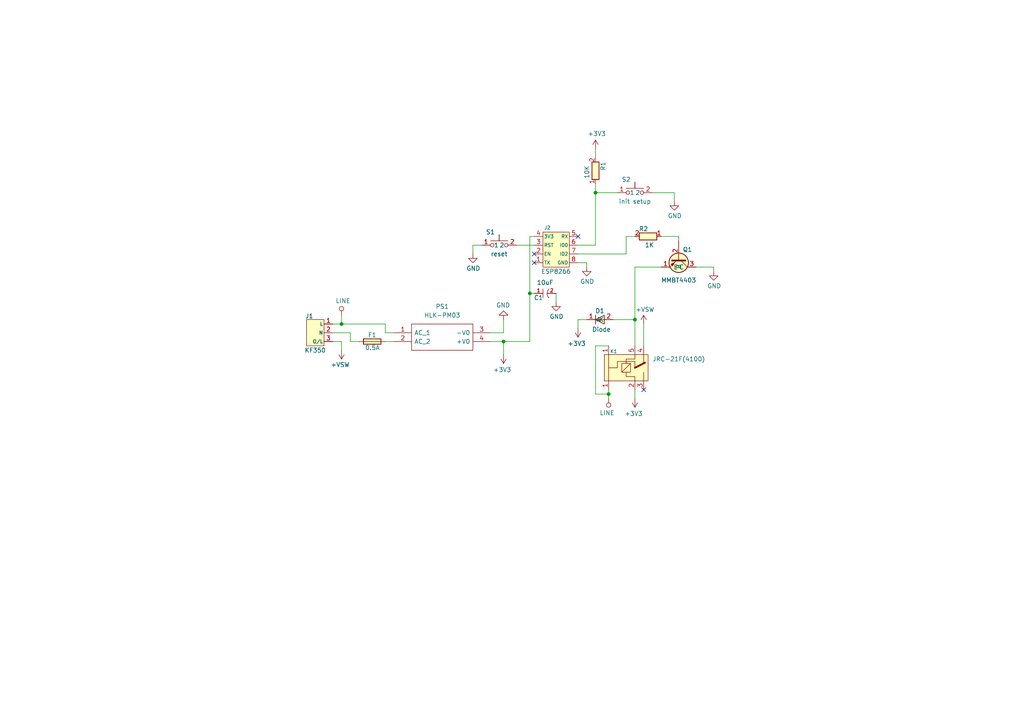
<source format=kicad_sch>
(kicad_sch (version 20211123) (generator eeschema)
  (paper "A4")
  (title_block (title "Smart Home Device (SHD)") (rev "v1.2") (comment 4 "Guillermo Gonzalez"))
  (lib_symbols
    (symbol "HLK-PM03:HLK-PM03" (pin_names (offset 0.762))
      (property "Reference" "PS" (at 24.13 7.62 0))
      (property "Value" "HLK-PM03" (at 24.13 5.08 0))
      (symbol "HLK-PM03_0_0"
        (pin passive line (at 0 0 0) (length 5.08) (name "AC_1") (number "1"))
        (pin passive line (at 0 -2.54 0) (length 5.08) (name "AC_2") (number "2"))
        (pin passive line (at 27.94 0 180) (length 5.08) (name "-V0") (number "3"))
        (pin passive line (at 27.94 -2.54 180) (length 5.08) (name "+V0") (number "4"))
      )
      (symbol "HLK-PM03_0_1"
        (polyline (pts (xy 5.08 2.54) (xy 22.86 2.54) (xy 22.86 -5.08) (xy 5.08 -5.08) (xy 5.08 2.54)) (stroke (width 0.1524)))
      )
    )
    (symbol "kicad-rescue:+3V3-power" (power) (pin_names (offset 0))
      (property "Value" "+3V3-power" (at 0 3.556 0))
      (symbol "+3V3-power_0_1"
        (polyline (pts (xy -0.762 1.27) (xy 0 2.54)))
        (polyline (pts (xy 0 0) (xy 0 2.54)))
        (polyline (pts (xy 0 2.54) (xy 0.762 1.27)))
      )
      (symbol "+3V3-power_1_1"
        (pin power_in line (at 0 0 90) (length 0) hide (name "+3V3") (number "1"))
      )
    )
    (symbol "kicad-rescue:+VSW-power" (power) (pin_names (offset 0))
      (property "Value" "+VSW-power" (at 0 3.556 0))
      (symbol "+VSW-power_0_1"
        (polyline (pts (xy -0.762 1.27) (xy 0 2.54)))
        (polyline (pts (xy 0 0) (xy 0 2.54)))
        (polyline (pts (xy 0 2.54) (xy 0.762 1.27)))
      )
      (symbol "+VSW-power_1_1"
        (pin power_in line (at 0 0 90) (length 0) hide (name "+VSW") (number "1"))
      )
    )
    (symbol "kicad-rescue:10uF-local" (pin_names (offset 1.016))
      (property "Reference" "C" (at -1.27 2.54 0))
      (property "Value" "10uF-local" (at -1.27 -2.54 0))
      (symbol "10uF-local_0_1"
        (arc (start -1.7272 -1.2446) (mid -1.2011 0.0254) (end -1.7272 1.2954))
        (rectangle (start 0 -1.27) (end 0 1.27))
      )
      (symbol "10uF-local_1_1"
        (pin input line (at 2.54 0 180) (length 2.54) (name "~") (number "1"))
        (pin input line (at -3.81 0 0) (length 2.54) (name "~") (number "2"))
      )
    )
    (symbol "kicad-rescue:Diode-local" (pin_names (offset 1.016))
      (property "Reference" "D" (at 0 -2.54 0))
      (property "Value" "Diode-local" (at 0 2.54 0))
      (symbol "Diode-local_1_1"
        (polyline (pts (xy -1.27 0) (xy 1.27 0)))
        (polyline (pts (xy 1.27 -1.27) (xy 1.27 1.27)) (stroke (width 0.2032)))
        (polyline (pts (xy -1.27 -1.27) (xy -1.27 1.27) (xy 1.27 0) (xy -1.27 -1.27)) (stroke (width 0.2032)) (fill (type background)))
        (pin passive line (at 3.81 0 180) (length 2.54) (name "K") (number "1"))
        (pin passive line (at -3.81 0 0) (length 2.54) (name "A") (number "2"))
      )
    )
    (symbol "kicad-rescue:ESP8266-local" (pin_names (offset 0.254))
      (property "Reference" "J" (at -3.0988 6.0198 0))
      (property "Value" "ESP8266-local" (at 0.6604 -6.1722 0))
      (symbol "ESP8266-local_0_1"
        (rectangle (start -3.81 5.08) (end 3.81 -5.08) (fill (type background)))
      )
      (symbol "ESP8266-local_1_1"
        (pin input line (at -6.35 -3.81 0) (length 2.54) (name "TX") (number "1"))
        (pin input line (at -6.35 -1.27 0) (length 2.54) (name "EN") (number "2"))
        (pin input line (at -6.35 1.27 0) (length 2.54) (name "RST") (number "3"))
        (pin input line (at -6.35 3.81 0) (length 2.54) (name "3V3") (number "4"))
        (pin input line (at 6.35 3.81 180) (length 2.54) (name "RX") (number "5"))
        (pin input line (at 6.35 1.27 180) (length 2.54) (name "I00") (number "6"))
        (pin input line (at 6.35 -1.27 180) (length 2.54) (name "I02") (number "7"))
        (pin input line (at 6.35 -3.81 180) (length 2.54) (name "GND") (number "8"))
      )
    )
    (symbol "kicad-rescue:Fuse-local" (pin_numbers hide) (pin_names (offset 0))
      (property "Reference" "F" (at 2.032 0 90))
      (property "Value" "Fuse-local" (at -1.905 0 90))
      (symbol "Fuse-local_0_1"
        (rectangle (start -0.762 -2.54) (end 0.762 2.54) (stroke (width 0.254)) (fill (type background)))
        (polyline (pts (xy 0 2.54) (xy 0 -2.54)))
      )
      (symbol "Fuse-local_1_1"
        (pin passive line (at 0 3.81 270) (length 1.27) (name "~") (number "1"))
        (pin passive line (at 0 -3.81 90) (length 1.27) (name "~") (number "2"))
      )
    )
    (symbol "kicad-rescue:GND-power" (power) (pin_names (offset 0))
      (property "Value" "GND-power" (at 0 -3.81 0))
      (symbol "GND-power_0_1"
        (polyline (pts (xy 0 0) (xy 0 -1.27) (xy 1.27 -1.27) (xy 0 -2.54) (xy -1.27 -1.27) (xy 0 -1.27)))
      )
      (symbol "GND-power_1_1"
        (pin power_in line (at 0 0 270) (length 0) hide (name "GND") (number "1"))
      )
    )
    (symbol "kicad-rescue:JRC-21F(4100)-local" (pin_names (offset 0.254))
      (property "Reference" "K" (at -2.54 5.08 0))
      (property "Value" "JRC-21F(4100)-local" (at 11.43 -5.08 0))
      (symbol "JRC-21F(4100)-local_0_1"
        (rectangle (start -1.27 1.27) (end 1.27 -1.27))
        (polyline (pts (xy -5.08 3.81) (xy -5.08 -3.81)))
        (polyline (pts (xy 1.27 1.27) (xy -1.27 -1.27)))
        (polyline (pts (xy 2.54 0) (xy 5.461 1.4986)) (stroke (width 0.508)))
        (polyline (pts (xy 5.08 -3.81) (xy 5.08 -1.27)))
        (polyline (pts (xy 5.08 3.81) (xy 5.08 1.27)))
        (polyline (pts (xy 2.54 -3.81) (xy 2.54 -2.54) (xy 0 -2.54) (xy 0 -1.27)))
        (polyline (pts (xy 2.54 3.81) (xy 2.54 2.54) (xy 0 2.54) (xy 0 1.27)))
        (polyline (pts (xy -5.08 0) (xy -2.54 0) (xy -2.54 1.8288) (xy 2.54 1.8288) (xy 2.54 0)))
        (rectangle (start 6.35 3.81) (end -6.35 -3.81) (fill (type background)))
      )
      (symbol "JRC-21F(4100)-local_1_1"
        (pin input line (at -5.08 -6.35 90) (length 2.54) (name "~") (number "1"))
        (pin input line (at -5.08 6.35 270) (length 2.54) (name "~") (number "1"))
        (pin input line (at 2.54 -6.35 90) (length 2.54) (name "~") (number "2"))
        (pin input line (at 5.08 -6.35 90) (length 2.54) (name "~") (number "3"))
        (pin input line (at 5.08 6.35 270) (length 2.54) (name "~") (number "4"))
        (pin input line (at 2.54 6.35 270) (length 2.54) (name "~") (number "5"))
      )
    )
    (symbol "kicad-rescue:KF350-local" (pin_names (offset 0.254))
      (property "Reference" "J" (at -1.6764 4.826 0))
      (property "Value" "KF350-local" (at 0.3556 -5.0546 0))
      (symbol "KF350-local_0_1"
        (rectangle (start 2.54 3.81) (end -2.54 -3.81) (fill (type background)))
      )
      (symbol "KF350-local_1_1"
        (pin input line (at 5.08 2.54 180) (length 2.54) (name "L") (number "1"))
        (pin input line (at 5.08 0 180) (length 2.54) (name "N") (number "2"))
        (pin input line (at 5.08 -2.54 180) (length 2.54) (name "O/L") (number "3"))
      )
    )
    (symbol "kicad-rescue:LINE-power" (power) (pin_names (offset 0))
      (property "Value" "LINE-power" (at 0 3.81 0))
      (symbol "LINE-power_0_1"
        (polyline (pts (xy 0 0) (xy 0 1.27)))
        (circle (center 0 1.905) (radius 0.635))
      )
      (symbol "LINE-power_1_1"
        (pin power_in line (at 0 0 90) (length 0) hide (name "LINE") (number "1"))
      )
    )
    (symbol "kicad-rescue:MMBT4403-local" (pin_names (offset 1.016))
      (property "Reference" "Q" (at 2.54 3.81 0))
      (property "Value" "MMBT4403-local" (at 0 -5.08 0))
      (symbol "MMBT4403-local_1_1"
        (polyline (pts (xy 0.635 0.635) (xy 2.54 -1.27)))
        (polyline (pts (xy -0.635 0.635) (xy -2.54 -1.27) (xy -2.54 -1.27)))
        (polyline (pts (xy 1.905 0.635) (xy -1.905 0.635) (xy -1.905 0.635)) (stroke (width 0.508)))
        (polyline (pts (xy -1.7272 -0.9398) (xy -2.2352 -0.4318) (xy -1.2192 0.0762) (xy -1.7272 -0.9398) (xy -1.7272 -0.9398)) (fill (type outline)))
        (circle (center 0 0) (radius 2.8194) (stroke (width 0.254)) (fill (type background)))
        (pin passive line (at -5.08 -1.27 0) (length 2.54) (name "E") (number "1"))
        (pin passive line (at 0 6.35 270) (length 5.715) (name "B") (number "2"))
        (pin passive line (at 5.08 -1.27 180) (length 2.54) (name "C") (number "3"))
      )
    )
    (symbol "kicad-rescue:R_1k-local" (pin_names (offset 1.016))
      (property "Reference" "R" (at 2.54 -1.27 0))
      (property "Value" "R_1k-local" (at 3.81 1.27 0))
      (symbol "R_1k-local_1_1"
        (rectangle (start -1.016 -2.54) (end 1.016 2.54) (stroke (width 0.254)) (fill (type background)))
        (pin passive line (at 0 3.81 270) (length 1.27) (name "~") (number "1"))
        (pin passive line (at 0 -3.81 90) (length 1.27) (name "~") (number "2"))
      )
    )
    (symbol "kicad-rescue:switch-local" (pin_names (offset 1.016))
      (property "Reference" "S" (at -2.54 3.81 0))
      (property "Value" "switch-local" (at 0 -2.54 0))
      (symbol "switch-local_1_1"
        (circle (center -2.032 0) (radius 0.508))
        (polyline (pts (xy 0 1.27) (xy 0 3.048)) (stroke (width 0.2032)))
        (polyline (pts (xy 2.54 1.27) (xy -2.54 1.27)))
        (circle (center 2.032 0) (radius 0.508))
        (pin passive line (at -5.08 0 0) (length 2.54) (name "1") (number "1"))
        (pin passive line (at 5.08 0 180) (length 2.54) (name "2") (number "2"))
      )
    )
  )
  (junction (at 176.53 114.3))
  (junction (at 99.06 93.98))
  (junction (at 153.67 85.09))
  (junction (at 172.72 55.88))
  (junction (at 184.15 92.71))
  (junction (at 146.05 99.06))
  (no_connect (at 154.94 73.66))
  (no_connect (at 186.69 113.03))
  (no_connect (at 154.94 76.2))
  (no_connect (at 167.64 68.58))
  (wire (pts (xy 137.16 71.12) (xy 139.7 71.12)))
  (wire (pts (xy 111.76 93.98) (xy 99.06 93.98)))
  (wire (pts (xy 146.05 99.06) (xy 153.67 99.06)))
  (wire (pts (xy 191.77 68.58) (xy 196.85 68.58)))
  (wire (pts (xy 101.6 96.52) (xy 101.6 99.06)))
  (wire (pts (xy 196.85 68.58) (xy 196.85 69.85)))
  (wire (pts (xy 179.07 55.88) (xy 172.72 55.88)))
  (wire (pts (xy 181.61 68.58) (xy 184.15 68.58)))
  (wire (pts (xy 172.72 45.72) (xy 172.72 43.18)))
  (wire (pts (xy 170.18 92.71) (xy 167.64 92.71)))
  (wire (pts (xy 184.15 77.47) (xy 191.77 77.47)))
  (wire (pts (xy 153.67 68.58) (xy 153.67 85.09)))
  (wire (pts (xy 111.76 99.06) (xy 114.3 99.06)))
  (wire (pts (xy 114.3 96.52) (xy 111.76 96.52)))
  (wire (pts (xy 167.64 73.66) (xy 181.61 73.66)))
  (wire (pts (xy 96.52 93.98) (xy 99.06 93.98)))
  (wire (pts (xy 172.72 55.88) (xy 172.72 53.34)))
  (wire (pts (xy 153.67 99.06) (xy 153.67 85.09)))
  (wire (pts (xy 146.05 96.52) (xy 146.05 92.71)))
  (wire (pts (xy 146.05 99.06) (xy 146.05 102.87)))
  (wire (pts (xy 104.14 99.06) (xy 101.6 99.06)))
  (wire (pts (xy 137.16 73.66) (xy 137.16 71.12)))
  (wire (pts (xy 167.64 71.12) (xy 172.72 71.12)))
  (wire (pts (xy 201.93 77.47) (xy 207.01 77.47)))
  (wire (pts (xy 161.29 85.09) (xy 161.29 87.63)))
  (wire (pts (xy 172.72 71.12) (xy 172.72 55.88)))
  (wire (pts (xy 176.53 113.03) (xy 176.53 114.3)))
  (wire (pts (xy 181.61 73.66) (xy 181.61 68.58)))
  (wire (pts (xy 186.69 93.98) (xy 186.69 100.33)))
  (wire (pts (xy 96.52 99.06) (xy 99.06 99.06)))
  (wire (pts (xy 96.52 96.52) (xy 101.6 96.52)))
  (wire (pts (xy 172.72 114.3) (xy 176.53 114.3)))
  (wire (pts (xy 154.94 85.09) (xy 153.67 85.09)))
  (wire (pts (xy 142.24 96.52) (xy 146.05 96.52)))
  (wire (pts (xy 184.15 113.03) (xy 184.15 115.57)))
  (wire (pts (xy 167.64 92.71) (xy 167.64 95.25)))
  (wire (pts (xy 189.23 55.88) (xy 195.58 55.88)))
  (wire (pts (xy 111.76 96.52) (xy 111.76 93.98)))
  (wire (pts (xy 170.18 76.2) (xy 170.18 77.47)))
  (wire (pts (xy 195.58 55.88) (xy 195.58 58.42)))
  (wire (pts (xy 99.06 93.98) (xy 99.06 91.44)))
  (wire (pts (xy 172.72 100.33) (xy 172.72 114.3)))
  (wire (pts (xy 167.64 76.2) (xy 170.18 76.2)))
  (wire (pts (xy 177.8 92.71) (xy 184.15 92.71)))
  (wire (pts (xy 149.86 71.12) (xy 154.94 71.12)))
  (wire (pts (xy 176.53 114.3) (xy 176.53 115.57)))
  (wire (pts (xy 207.01 77.47) (xy 207.01 78.74)))
  (wire (pts (xy 184.15 100.33) (xy 184.15 92.71)))
  (wire (pts (xy 153.67 68.58) (xy 154.94 68.58)))
  (wire (pts (xy 99.06 99.06) (xy 99.06 101.6)))
  (wire (pts (xy 142.24 99.06) (xy 146.05 99.06)))
  (wire (pts (xy 176.53 100.33) (xy 172.72 100.33)))
  (wire (pts (xy 184.15 92.71) (xy 184.15 77.47)))
  (symbol (lib_id "kicad-rescue:JRC-21F(4100)-local") (at 181.61 106.68 0) (unit 1)
    (property "Reference" "K1" (at 176.9364 101.9302 0) (effects (font (size 0.9906 0.9906)) (justify left)))
    (property "Value" "JRC-21F(4100)" (at 189.23 104.14 0) (effects (justify left)))
    (property "Footprint" "footprints:JRC-21F(4100)" (effects hide))
  )
  (symbol (lib_id "kicad-rescue:KF350-local") (at 91.44 96.52 0) (unit 1)
    (property "Reference" "J1" (at 89.7128 91.694 0))
    (property "Value" "KF350" (at 91.44 101.6 0))
    (property "Footprint" "footprints:KF350" (effects hide))
  )
  (symbol (lib_id "kicad-rescue:ESP8266-local") (at 161.29 72.39 0) (unit 1)
    (property "Reference" "J2" (at 158.75 66.04 0) (effects (font (size 0.9906 0.9906))))
    (property "Value" "ESP8266" (at 161.29 78.74 0))
    (property "Footprint" "footprints:ESP8266" (effects hide))
  )
  (symbol (lib_id "kicad-rescue:GND-power") (at 170.18 77.47 0) (unit 1)
    (property "Reference" "#PWR08" (effects hide))
    (property "Value" "GND" (at 170.307 81.661 0))
  )
  (symbol (lib_id "kicad-rescue:LINE-power") (at 176.53 115.57 180) (unit 1)
    (property "Reference" "#PWR010" (effects hide))
    (property "Value" "LINE" (at 176.0728 119.761 0))
  )
  (symbol (lib_id "kicad-rescue:LINE-power") (at 99.06 91.44 0) (unit 1)
    (property "Reference" "#PWR01" (effects hide))
    (property "Value" "LINE" (at 99.4918 87.249 0))
  )
  (symbol (lib_id "kicad-rescue:+VSW-power") (at 99.06 101.6 180) (unit 1)
    (property "Reference" "#PWR02" (effects hide))
    (property "Value" "+VSW" (at 98.679 105.791 0))
  )
  (symbol (lib_id "kicad-rescue:+VSW-power") (at 186.69 93.98 0) (unit 1)
    (property "Reference" "#PWR012" (effects hide))
    (property "Value" "+VSW" (at 187.071 89.789 0))
  )
  (symbol (lib_id "kicad-rescue:10uF-local") (at 157.48 85.09 180) (unit 1)
    (property "Reference" "C1" (at 156.21 86.36 0))
    (property "Value" "10uF" (at 158.115 81.9404 0))
    (property "Footprint" "footprints:C_1206_3216Metric" (effects hide))
  )
  (symbol (lib_id "kicad-rescue:GND-power") (at 161.29 87.63 0) (unit 1)
    (property "Reference" "#PWR06" (effects hide))
    (property "Value" "GND" (at 161.417 91.821 0))
  )
  (symbol (lib_id "kicad-rescue:Fuse-local") (at 107.95 99.06 270) (unit 1)
    (property "Reference" "F1" (at 107.95 97.1804 90))
    (property "Value" "0.5A" (at 108.0262 100.838 90))
    (property "Footprint" "footprints:Fuse" (effects hide))
  )
  (symbol (lib_id "kicad-rescue:GND-power") (at 146.05 92.71 180) (unit 1)
    (property "Reference" "#PWR04" (effects hide))
    (property "Value" "GND" (at 145.923 88.519 0))
  )
  (symbol (lib_id "kicad-rescue:MMBT4403-local") (at 196.85 76.2 0) (unit 1)
    (property "Reference" "Q1" (at 199.39 72.39 0))
    (property "Value" "MMBT4403" (at 196.85 81.28 0))
    (property "Footprint" "footprints:SOT-23" (effects hide))
  )
  (symbol (lib_id "kicad-rescue:+3V3-power") (at 184.15 115.57 180) (unit 1)
    (property "Reference" "#PWR011" (effects hide))
    (property "Value" "+3V3" (at 183.769 119.9642 0))
  )
  (symbol (lib_id "kicad-rescue:+3V3-power") (at 146.05 102.87 180) (unit 1)
    (property "Reference" "#PWR05" (effects hide))
    (property "Value" "+3V3" (at 145.669 107.2642 0))
  )
  (symbol (lib_id "kicad-rescue:GND-power") (at 207.01 78.74 0) (unit 1)
    (property "Reference" "#PWR014" (effects hide))
    (property "Value" "GND" (at 207.137 82.931 0))
  )
  (symbol (lib_id "kicad-rescue:R_1k-local") (at 187.96 68.58 270) (unit 1)
    (property "Reference" "R2" (at 186.6392 66.3956 90))
    (property "Value" "1K" (at 188.3664 71.0692 90))
    (property "Footprint" "footprints:R_0805_2012Metric" (effects hide))
  )
  (symbol (lib_id "kicad-rescue:Diode-local") (at 173.99 92.71 180) (unit 1)
    (property "Reference" "D1" (at 173.99 90.17 0))
    (property "Value" "Diode" (at 174.4472 95.5548 0))
    (property "Footprint" "footprints:D_SMA" (effects hide))
  )
  (symbol (lib_id "kicad-rescue:+3V3-power") (at 167.64 95.25 180) (unit 1)
    (property "Reference" "#PWR07" (effects hide))
    (property "Value" "+3V3" (at 167.259 99.6442 0))
  )
  (symbol (lib_id "kicad-rescue:switch-local") (at 184.15 55.88 0) (unit 1)
    (property "Reference" "S2" (at 181.61 52.07 0))
    (property "Value" "init setup" (at 184.15 58.42 0))
    (property "Footprint" "footprints:SW_Tactile" (effects hide))
  )
  (symbol (lib_id "kicad-rescue:R_1k-local") (at 172.72 49.53 180) (unit 1)
    (property "Reference" "R1" (at 174.9044 48.2092 90))
    (property "Value" "10K" (at 170.2308 49.9364 90))
    (property "Footprint" "footprints:R_0805_2012Metric" (effects hide))
  )
  (symbol (lib_id "kicad-rescue:GND-power") (at 195.58 58.42 0) (unit 1)
    (property "Reference" "#PWR013" (effects hide))
    (property "Value" "GND" (at 195.707 62.611 0))
  )
  (symbol (lib_id "kicad-rescue:+3V3-power") (at 172.72 43.18 0) (unit 1)
    (property "Reference" "#PWR09" (effects hide))
    (property "Value" "+3V3" (at 173.101 38.7858 0))
  )
  (symbol (lib_id "kicad-rescue:switch-local") (at 144.78 71.12 0) (unit 1)
    (property "Reference" "S1" (at 142.24 67.31 0))
    (property "Value" "reset" (at 144.78 73.66 0))
    (property "Footprint" "footprints:SW_Tactile" (effects hide))
  )
  (symbol (lib_id "kicad-rescue:GND-power") (at 137.16 73.66 0) (unit 1)
    (property "Reference" "#PWR03" (effects hide))
    (property "Value" "GND" (at 137.287 77.851 0))
  )
  (symbol (lib_id "HLK-PM03:HLK-PM03") (at 114.3 96.52 0) (unit 1)
    (property "Reference" "PS1" (at 128.27 88.9 0))
    (property "Value" "HLK-PM03" (at 128.27 91.44 0))
    (property "Footprint" "HLK-PM03:HLKPM03" (effects hide))
    (property "Datasheet" "https://datasheet.lcsc.com/szlcsc/1906201102_HI-LINK-HLK-PM03_C209904.pdf" (effects hide))
    (property "Description" "Power Module AC-DC Through Hole RoHS" (effects hide))
    (property "Height" "15" (effects hide))
    (property "Manufacturer_Name" "Hi-Link" (effects hide))
    (property "Manufacturer_Part_Number" "HLK-PM03" (effects hide))
  )
)
</source>
